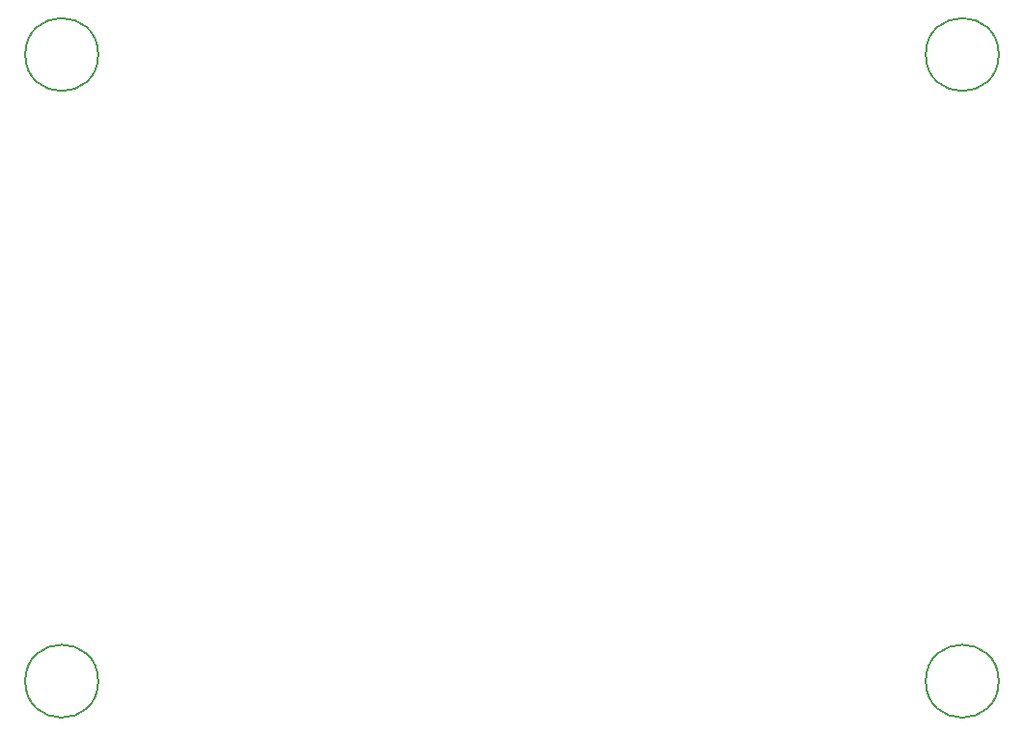
<source format=gbr>
%TF.GenerationSoftware,KiCad,Pcbnew,7.0.8*%
%TF.CreationDate,2024-06-06T18:22:48-04:00*%
%TF.ProjectId,topboard,746f7062-6f61-4726-942e-6b696361645f,rev?*%
%TF.SameCoordinates,Original*%
%TF.FileFunction,Other,Comment*%
%FSLAX46Y46*%
G04 Gerber Fmt 4.6, Leading zero omitted, Abs format (unit mm)*
G04 Created by KiCad (PCBNEW 7.0.8) date 2024-06-06 18:22:48*
%MOMM*%
%LPD*%
G01*
G04 APERTURE LIST*
%ADD10C,0.150000*%
G04 APERTURE END LIST*
D10*
%TO.C,REF\u002A\u002A*%
X103700000Y-61500000D02*
G75*
G03*
X103700000Y-61500000I-3200000J0D01*
G01*
X103700000Y-116500000D02*
G75*
G03*
X103700000Y-116500000I-3200000J0D01*
G01*
X182700000Y-116500000D02*
G75*
G03*
X182700000Y-116500000I-3200000J0D01*
G01*
X182700000Y-61500000D02*
G75*
G03*
X182700000Y-61500000I-3200000J0D01*
G01*
%TD*%
M02*

</source>
